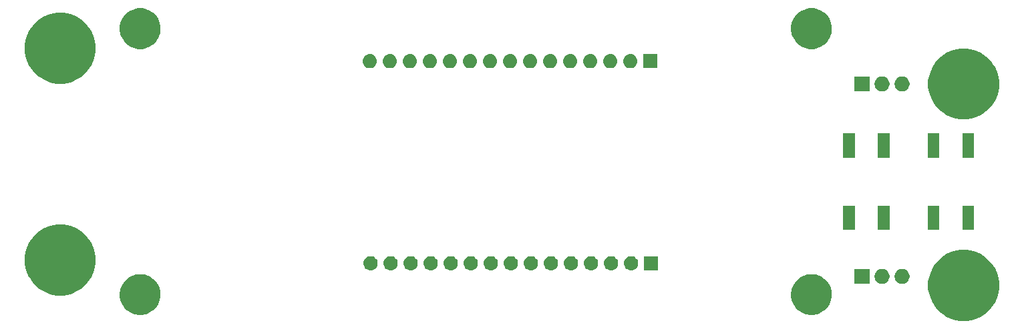
<source format=gbr>
G04 #@! TF.GenerationSoftware,KiCad,Pcbnew,(5.1.4)-1*
G04 #@! TF.CreationDate,2020-03-13T16:12:29-04:00*
G04 #@! TF.ProjectId,DriverDisplay4,44726976-6572-4446-9973-706c6179342e,rev?*
G04 #@! TF.SameCoordinates,Original*
G04 #@! TF.FileFunction,Soldermask,Bot*
G04 #@! TF.FilePolarity,Negative*
%FSLAX46Y46*%
G04 Gerber Fmt 4.6, Leading zero omitted, Abs format (unit mm)*
G04 Created by KiCad (PCBNEW (5.1.4)-1) date 2020-03-13 16:12:29*
%MOMM*%
%LPD*%
G04 APERTURE LIST*
%ADD10C,0.100000*%
G04 APERTURE END LIST*
D10*
G36*
X189220634Y-99156378D02*
G01*
X190038853Y-99495296D01*
X190038854Y-99495297D01*
X190775233Y-99987329D01*
X191401471Y-100613567D01*
X191663997Y-101006466D01*
X191893504Y-101349947D01*
X192232422Y-102168166D01*
X192405200Y-103036781D01*
X192405200Y-103922419D01*
X192232422Y-104791034D01*
X191893504Y-105609253D01*
X191893503Y-105609254D01*
X191401471Y-106345633D01*
X190775233Y-106971871D01*
X190531347Y-107134830D01*
X190038853Y-107463904D01*
X189220634Y-107802822D01*
X188352019Y-107975600D01*
X187466381Y-107975600D01*
X186597766Y-107802822D01*
X185779547Y-107463904D01*
X185287053Y-107134830D01*
X185043167Y-106971871D01*
X184416929Y-106345633D01*
X183924897Y-105609254D01*
X183924896Y-105609253D01*
X183585978Y-104791034D01*
X183413200Y-103922419D01*
X183413200Y-103036781D01*
X183585978Y-102168166D01*
X183924896Y-101349947D01*
X184154403Y-101006466D01*
X184416929Y-100613567D01*
X185043167Y-99987329D01*
X185779546Y-99495297D01*
X185779547Y-99495296D01*
X186597766Y-99156378D01*
X187466381Y-98983600D01*
X188352019Y-98983600D01*
X189220634Y-99156378D01*
X189220634Y-99156378D01*
G37*
G36*
X169214908Y-102118780D02*
G01*
X169381767Y-102151970D01*
X169853299Y-102347285D01*
X169997541Y-102443665D01*
X170277666Y-102630838D01*
X170638562Y-102991734D01*
X170759927Y-103173371D01*
X170922115Y-103416101D01*
X171058793Y-103746071D01*
X171117430Y-103887634D01*
X171187143Y-104238104D01*
X171217000Y-104388209D01*
X171217000Y-104898591D01*
X171117430Y-105399167D01*
X170922115Y-105870699D01*
X170759927Y-106113429D01*
X170638562Y-106295066D01*
X170277666Y-106655962D01*
X170096029Y-106777327D01*
X169853299Y-106939515D01*
X169381767Y-107134830D01*
X169214908Y-107168020D01*
X168881193Y-107234400D01*
X168370807Y-107234400D01*
X168037092Y-107168020D01*
X167870233Y-107134830D01*
X167398701Y-106939515D01*
X167155971Y-106777327D01*
X166974334Y-106655962D01*
X166613438Y-106295066D01*
X166492073Y-106113429D01*
X166329885Y-105870699D01*
X166134570Y-105399167D01*
X166035000Y-104898591D01*
X166035000Y-104388209D01*
X166064858Y-104238104D01*
X166134570Y-103887634D01*
X166193207Y-103746071D01*
X166329885Y-103416101D01*
X166492073Y-103173371D01*
X166613438Y-102991734D01*
X166974334Y-102630838D01*
X167254459Y-102443665D01*
X167398701Y-102347285D01*
X167870233Y-102151970D01*
X168037092Y-102118780D01*
X168370807Y-102052400D01*
X168881193Y-102052400D01*
X169214908Y-102118780D01*
X169214908Y-102118780D01*
G37*
G36*
X84124908Y-102118780D02*
G01*
X84291767Y-102151970D01*
X84763299Y-102347285D01*
X84907541Y-102443665D01*
X85187666Y-102630838D01*
X85548562Y-102991734D01*
X85669927Y-103173371D01*
X85832115Y-103416101D01*
X85968793Y-103746071D01*
X86027430Y-103887634D01*
X86097143Y-104238104D01*
X86127000Y-104388209D01*
X86127000Y-104898591D01*
X86027430Y-105399167D01*
X85832115Y-105870699D01*
X85669927Y-106113429D01*
X85548562Y-106295066D01*
X85187666Y-106655962D01*
X85006029Y-106777327D01*
X84763299Y-106939515D01*
X84291767Y-107134830D01*
X84124908Y-107168020D01*
X83791193Y-107234400D01*
X83280807Y-107234400D01*
X82947092Y-107168020D01*
X82780233Y-107134830D01*
X82308701Y-106939515D01*
X82065971Y-106777327D01*
X81884334Y-106655962D01*
X81523438Y-106295066D01*
X81402073Y-106113429D01*
X81239885Y-105870699D01*
X81044570Y-105399167D01*
X80945000Y-104898591D01*
X80945000Y-104388209D01*
X80974858Y-104238104D01*
X81044570Y-103887634D01*
X81103207Y-103746071D01*
X81239885Y-103416101D01*
X81402073Y-103173371D01*
X81523438Y-102991734D01*
X81884334Y-102630838D01*
X82164459Y-102443665D01*
X82308701Y-102347285D01*
X82780233Y-102151970D01*
X82947092Y-102118780D01*
X83280807Y-102052400D01*
X83791193Y-102052400D01*
X84124908Y-102118780D01*
X84124908Y-102118780D01*
G37*
G36*
X74717434Y-95930578D02*
G01*
X75535653Y-96269496D01*
X75535654Y-96269497D01*
X76272033Y-96761529D01*
X76898271Y-97387767D01*
X77227036Y-97879800D01*
X77390304Y-98124147D01*
X77729222Y-98942366D01*
X77902000Y-99810981D01*
X77902000Y-100696619D01*
X77729222Y-101565234D01*
X77390304Y-102383453D01*
X77350070Y-102443667D01*
X76898271Y-103119833D01*
X76272033Y-103746071D01*
X76008112Y-103922417D01*
X75535653Y-104238104D01*
X74717434Y-104577022D01*
X73848819Y-104749800D01*
X72963181Y-104749800D01*
X72094566Y-104577022D01*
X71276347Y-104238104D01*
X70803888Y-103922417D01*
X70539967Y-103746071D01*
X69913729Y-103119833D01*
X69461930Y-102443667D01*
X69421696Y-102383453D01*
X69082778Y-101565234D01*
X68910000Y-100696619D01*
X68910000Y-99810981D01*
X69082778Y-98942366D01*
X69421696Y-98124147D01*
X69584964Y-97879800D01*
X69913729Y-97387767D01*
X70539967Y-96761529D01*
X71276346Y-96269497D01*
X71276347Y-96269496D01*
X72094566Y-95930578D01*
X72963181Y-95757800D01*
X73848819Y-95757800D01*
X74717434Y-95930578D01*
X74717434Y-95930578D01*
G37*
G36*
X175971000Y-103301000D02*
G01*
X174069000Y-103301000D01*
X174069000Y-101399000D01*
X175971000Y-101399000D01*
X175971000Y-103301000D01*
X175971000Y-103301000D01*
G37*
G36*
X180377395Y-101435546D02*
G01*
X180550466Y-101507234D01*
X180550467Y-101507235D01*
X180706227Y-101611310D01*
X180838690Y-101743773D01*
X180838691Y-101743775D01*
X180942766Y-101899534D01*
X181014454Y-102072605D01*
X181051000Y-102256333D01*
X181051000Y-102443667D01*
X181014454Y-102627395D01*
X180942766Y-102800466D01*
X180942765Y-102800467D01*
X180838690Y-102956227D01*
X180706227Y-103088690D01*
X180659619Y-103119832D01*
X180550466Y-103192766D01*
X180377395Y-103264454D01*
X180193667Y-103301000D01*
X180006333Y-103301000D01*
X179822605Y-103264454D01*
X179649534Y-103192766D01*
X179540381Y-103119832D01*
X179493773Y-103088690D01*
X179361310Y-102956227D01*
X179257235Y-102800467D01*
X179257234Y-102800466D01*
X179185546Y-102627395D01*
X179149000Y-102443667D01*
X179149000Y-102256333D01*
X179185546Y-102072605D01*
X179257234Y-101899534D01*
X179361309Y-101743775D01*
X179361310Y-101743773D01*
X179493773Y-101611310D01*
X179649533Y-101507235D01*
X179649534Y-101507234D01*
X179822605Y-101435546D01*
X180006333Y-101399000D01*
X180193667Y-101399000D01*
X180377395Y-101435546D01*
X180377395Y-101435546D01*
G37*
G36*
X177837395Y-101435546D02*
G01*
X178010466Y-101507234D01*
X178010467Y-101507235D01*
X178166227Y-101611310D01*
X178298690Y-101743773D01*
X178298691Y-101743775D01*
X178402766Y-101899534D01*
X178474454Y-102072605D01*
X178511000Y-102256333D01*
X178511000Y-102443667D01*
X178474454Y-102627395D01*
X178402766Y-102800466D01*
X178402765Y-102800467D01*
X178298690Y-102956227D01*
X178166227Y-103088690D01*
X178119619Y-103119832D01*
X178010466Y-103192766D01*
X177837395Y-103264454D01*
X177653667Y-103301000D01*
X177466333Y-103301000D01*
X177282605Y-103264454D01*
X177109534Y-103192766D01*
X177000381Y-103119832D01*
X176953773Y-103088690D01*
X176821310Y-102956227D01*
X176717235Y-102800467D01*
X176717234Y-102800466D01*
X176645546Y-102627395D01*
X176609000Y-102443667D01*
X176609000Y-102256333D01*
X176645546Y-102072605D01*
X176717234Y-101899534D01*
X176821309Y-101743775D01*
X176821310Y-101743773D01*
X176953773Y-101611310D01*
X177109533Y-101507235D01*
X177109534Y-101507234D01*
X177282605Y-101435546D01*
X177466333Y-101399000D01*
X177653667Y-101399000D01*
X177837395Y-101435546D01*
X177837395Y-101435546D01*
G37*
G36*
X128090442Y-99765518D02*
G01*
X128156627Y-99772037D01*
X128326466Y-99823557D01*
X128482991Y-99907222D01*
X128518729Y-99936552D01*
X128620186Y-100019814D01*
X128703448Y-100121271D01*
X128732778Y-100157009D01*
X128816443Y-100313534D01*
X128867963Y-100483373D01*
X128885359Y-100660000D01*
X128867963Y-100836627D01*
X128816443Y-101006466D01*
X128732778Y-101162991D01*
X128703448Y-101198729D01*
X128620186Y-101300186D01*
X128518729Y-101383448D01*
X128482991Y-101412778D01*
X128326466Y-101496443D01*
X128156627Y-101547963D01*
X128090442Y-101554482D01*
X128024260Y-101561000D01*
X127935740Y-101561000D01*
X127869558Y-101554482D01*
X127803373Y-101547963D01*
X127633534Y-101496443D01*
X127477009Y-101412778D01*
X127441271Y-101383448D01*
X127339814Y-101300186D01*
X127256552Y-101198729D01*
X127227222Y-101162991D01*
X127143557Y-101006466D01*
X127092037Y-100836627D01*
X127074641Y-100660000D01*
X127092037Y-100483373D01*
X127143557Y-100313534D01*
X127227222Y-100157009D01*
X127256552Y-100121271D01*
X127339814Y-100019814D01*
X127441271Y-99936552D01*
X127477009Y-99907222D01*
X127633534Y-99823557D01*
X127803373Y-99772037D01*
X127869557Y-99765519D01*
X127935740Y-99759000D01*
X128024260Y-99759000D01*
X128090442Y-99765518D01*
X128090442Y-99765518D01*
G37*
G36*
X149201000Y-101561000D02*
G01*
X147399000Y-101561000D01*
X147399000Y-99759000D01*
X149201000Y-99759000D01*
X149201000Y-101561000D01*
X149201000Y-101561000D01*
G37*
G36*
X112850442Y-99765518D02*
G01*
X112916627Y-99772037D01*
X113086466Y-99823557D01*
X113242991Y-99907222D01*
X113278729Y-99936552D01*
X113380186Y-100019814D01*
X113463448Y-100121271D01*
X113492778Y-100157009D01*
X113576443Y-100313534D01*
X113627963Y-100483373D01*
X113645359Y-100660000D01*
X113627963Y-100836627D01*
X113576443Y-101006466D01*
X113492778Y-101162991D01*
X113463448Y-101198729D01*
X113380186Y-101300186D01*
X113278729Y-101383448D01*
X113242991Y-101412778D01*
X113086466Y-101496443D01*
X112916627Y-101547963D01*
X112850442Y-101554482D01*
X112784260Y-101561000D01*
X112695740Y-101561000D01*
X112629558Y-101554482D01*
X112563373Y-101547963D01*
X112393534Y-101496443D01*
X112237009Y-101412778D01*
X112201271Y-101383448D01*
X112099814Y-101300186D01*
X112016552Y-101198729D01*
X111987222Y-101162991D01*
X111903557Y-101006466D01*
X111852037Y-100836627D01*
X111834641Y-100660000D01*
X111852037Y-100483373D01*
X111903557Y-100313534D01*
X111987222Y-100157009D01*
X112016552Y-100121271D01*
X112099814Y-100019814D01*
X112201271Y-99936552D01*
X112237009Y-99907222D01*
X112393534Y-99823557D01*
X112563373Y-99772037D01*
X112629557Y-99765519D01*
X112695740Y-99759000D01*
X112784260Y-99759000D01*
X112850442Y-99765518D01*
X112850442Y-99765518D01*
G37*
G36*
X115390442Y-99765518D02*
G01*
X115456627Y-99772037D01*
X115626466Y-99823557D01*
X115782991Y-99907222D01*
X115818729Y-99936552D01*
X115920186Y-100019814D01*
X116003448Y-100121271D01*
X116032778Y-100157009D01*
X116116443Y-100313534D01*
X116167963Y-100483373D01*
X116185359Y-100660000D01*
X116167963Y-100836627D01*
X116116443Y-101006466D01*
X116032778Y-101162991D01*
X116003448Y-101198729D01*
X115920186Y-101300186D01*
X115818729Y-101383448D01*
X115782991Y-101412778D01*
X115626466Y-101496443D01*
X115456627Y-101547963D01*
X115390442Y-101554482D01*
X115324260Y-101561000D01*
X115235740Y-101561000D01*
X115169558Y-101554482D01*
X115103373Y-101547963D01*
X114933534Y-101496443D01*
X114777009Y-101412778D01*
X114741271Y-101383448D01*
X114639814Y-101300186D01*
X114556552Y-101198729D01*
X114527222Y-101162991D01*
X114443557Y-101006466D01*
X114392037Y-100836627D01*
X114374641Y-100660000D01*
X114392037Y-100483373D01*
X114443557Y-100313534D01*
X114527222Y-100157009D01*
X114556552Y-100121271D01*
X114639814Y-100019814D01*
X114741271Y-99936552D01*
X114777009Y-99907222D01*
X114933534Y-99823557D01*
X115103373Y-99772037D01*
X115169557Y-99765519D01*
X115235740Y-99759000D01*
X115324260Y-99759000D01*
X115390442Y-99765518D01*
X115390442Y-99765518D01*
G37*
G36*
X117930442Y-99765518D02*
G01*
X117996627Y-99772037D01*
X118166466Y-99823557D01*
X118322991Y-99907222D01*
X118358729Y-99936552D01*
X118460186Y-100019814D01*
X118543448Y-100121271D01*
X118572778Y-100157009D01*
X118656443Y-100313534D01*
X118707963Y-100483373D01*
X118725359Y-100660000D01*
X118707963Y-100836627D01*
X118656443Y-101006466D01*
X118572778Y-101162991D01*
X118543448Y-101198729D01*
X118460186Y-101300186D01*
X118358729Y-101383448D01*
X118322991Y-101412778D01*
X118166466Y-101496443D01*
X117996627Y-101547963D01*
X117930442Y-101554482D01*
X117864260Y-101561000D01*
X117775740Y-101561000D01*
X117709558Y-101554482D01*
X117643373Y-101547963D01*
X117473534Y-101496443D01*
X117317009Y-101412778D01*
X117281271Y-101383448D01*
X117179814Y-101300186D01*
X117096552Y-101198729D01*
X117067222Y-101162991D01*
X116983557Y-101006466D01*
X116932037Y-100836627D01*
X116914641Y-100660000D01*
X116932037Y-100483373D01*
X116983557Y-100313534D01*
X117067222Y-100157009D01*
X117096552Y-100121271D01*
X117179814Y-100019814D01*
X117281271Y-99936552D01*
X117317009Y-99907222D01*
X117473534Y-99823557D01*
X117643373Y-99772037D01*
X117709557Y-99765519D01*
X117775740Y-99759000D01*
X117864260Y-99759000D01*
X117930442Y-99765518D01*
X117930442Y-99765518D01*
G37*
G36*
X120470442Y-99765518D02*
G01*
X120536627Y-99772037D01*
X120706466Y-99823557D01*
X120862991Y-99907222D01*
X120898729Y-99936552D01*
X121000186Y-100019814D01*
X121083448Y-100121271D01*
X121112778Y-100157009D01*
X121196443Y-100313534D01*
X121247963Y-100483373D01*
X121265359Y-100660000D01*
X121247963Y-100836627D01*
X121196443Y-101006466D01*
X121112778Y-101162991D01*
X121083448Y-101198729D01*
X121000186Y-101300186D01*
X120898729Y-101383448D01*
X120862991Y-101412778D01*
X120706466Y-101496443D01*
X120536627Y-101547963D01*
X120470442Y-101554482D01*
X120404260Y-101561000D01*
X120315740Y-101561000D01*
X120249558Y-101554482D01*
X120183373Y-101547963D01*
X120013534Y-101496443D01*
X119857009Y-101412778D01*
X119821271Y-101383448D01*
X119719814Y-101300186D01*
X119636552Y-101198729D01*
X119607222Y-101162991D01*
X119523557Y-101006466D01*
X119472037Y-100836627D01*
X119454641Y-100660000D01*
X119472037Y-100483373D01*
X119523557Y-100313534D01*
X119607222Y-100157009D01*
X119636552Y-100121271D01*
X119719814Y-100019814D01*
X119821271Y-99936552D01*
X119857009Y-99907222D01*
X120013534Y-99823557D01*
X120183373Y-99772037D01*
X120249557Y-99765519D01*
X120315740Y-99759000D01*
X120404260Y-99759000D01*
X120470442Y-99765518D01*
X120470442Y-99765518D01*
G37*
G36*
X123010442Y-99765518D02*
G01*
X123076627Y-99772037D01*
X123246466Y-99823557D01*
X123402991Y-99907222D01*
X123438729Y-99936552D01*
X123540186Y-100019814D01*
X123623448Y-100121271D01*
X123652778Y-100157009D01*
X123736443Y-100313534D01*
X123787963Y-100483373D01*
X123805359Y-100660000D01*
X123787963Y-100836627D01*
X123736443Y-101006466D01*
X123652778Y-101162991D01*
X123623448Y-101198729D01*
X123540186Y-101300186D01*
X123438729Y-101383448D01*
X123402991Y-101412778D01*
X123246466Y-101496443D01*
X123076627Y-101547963D01*
X123010442Y-101554482D01*
X122944260Y-101561000D01*
X122855740Y-101561000D01*
X122789558Y-101554482D01*
X122723373Y-101547963D01*
X122553534Y-101496443D01*
X122397009Y-101412778D01*
X122361271Y-101383448D01*
X122259814Y-101300186D01*
X122176552Y-101198729D01*
X122147222Y-101162991D01*
X122063557Y-101006466D01*
X122012037Y-100836627D01*
X121994641Y-100660000D01*
X122012037Y-100483373D01*
X122063557Y-100313534D01*
X122147222Y-100157009D01*
X122176552Y-100121271D01*
X122259814Y-100019814D01*
X122361271Y-99936552D01*
X122397009Y-99907222D01*
X122553534Y-99823557D01*
X122723373Y-99772037D01*
X122789557Y-99765519D01*
X122855740Y-99759000D01*
X122944260Y-99759000D01*
X123010442Y-99765518D01*
X123010442Y-99765518D01*
G37*
G36*
X125550442Y-99765518D02*
G01*
X125616627Y-99772037D01*
X125786466Y-99823557D01*
X125942991Y-99907222D01*
X125978729Y-99936552D01*
X126080186Y-100019814D01*
X126163448Y-100121271D01*
X126192778Y-100157009D01*
X126276443Y-100313534D01*
X126327963Y-100483373D01*
X126345359Y-100660000D01*
X126327963Y-100836627D01*
X126276443Y-101006466D01*
X126192778Y-101162991D01*
X126163448Y-101198729D01*
X126080186Y-101300186D01*
X125978729Y-101383448D01*
X125942991Y-101412778D01*
X125786466Y-101496443D01*
X125616627Y-101547963D01*
X125550442Y-101554482D01*
X125484260Y-101561000D01*
X125395740Y-101561000D01*
X125329558Y-101554482D01*
X125263373Y-101547963D01*
X125093534Y-101496443D01*
X124937009Y-101412778D01*
X124901271Y-101383448D01*
X124799814Y-101300186D01*
X124716552Y-101198729D01*
X124687222Y-101162991D01*
X124603557Y-101006466D01*
X124552037Y-100836627D01*
X124534641Y-100660000D01*
X124552037Y-100483373D01*
X124603557Y-100313534D01*
X124687222Y-100157009D01*
X124716552Y-100121271D01*
X124799814Y-100019814D01*
X124901271Y-99936552D01*
X124937009Y-99907222D01*
X125093534Y-99823557D01*
X125263373Y-99772037D01*
X125329557Y-99765519D01*
X125395740Y-99759000D01*
X125484260Y-99759000D01*
X125550442Y-99765518D01*
X125550442Y-99765518D01*
G37*
G36*
X130630442Y-99765518D02*
G01*
X130696627Y-99772037D01*
X130866466Y-99823557D01*
X131022991Y-99907222D01*
X131058729Y-99936552D01*
X131160186Y-100019814D01*
X131243448Y-100121271D01*
X131272778Y-100157009D01*
X131356443Y-100313534D01*
X131407963Y-100483373D01*
X131425359Y-100660000D01*
X131407963Y-100836627D01*
X131356443Y-101006466D01*
X131272778Y-101162991D01*
X131243448Y-101198729D01*
X131160186Y-101300186D01*
X131058729Y-101383448D01*
X131022991Y-101412778D01*
X130866466Y-101496443D01*
X130696627Y-101547963D01*
X130630442Y-101554482D01*
X130564260Y-101561000D01*
X130475740Y-101561000D01*
X130409558Y-101554482D01*
X130343373Y-101547963D01*
X130173534Y-101496443D01*
X130017009Y-101412778D01*
X129981271Y-101383448D01*
X129879814Y-101300186D01*
X129796552Y-101198729D01*
X129767222Y-101162991D01*
X129683557Y-101006466D01*
X129632037Y-100836627D01*
X129614641Y-100660000D01*
X129632037Y-100483373D01*
X129683557Y-100313534D01*
X129767222Y-100157009D01*
X129796552Y-100121271D01*
X129879814Y-100019814D01*
X129981271Y-99936552D01*
X130017009Y-99907222D01*
X130173534Y-99823557D01*
X130343373Y-99772037D01*
X130409557Y-99765519D01*
X130475740Y-99759000D01*
X130564260Y-99759000D01*
X130630442Y-99765518D01*
X130630442Y-99765518D01*
G37*
G36*
X133170442Y-99765518D02*
G01*
X133236627Y-99772037D01*
X133406466Y-99823557D01*
X133562991Y-99907222D01*
X133598729Y-99936552D01*
X133700186Y-100019814D01*
X133783448Y-100121271D01*
X133812778Y-100157009D01*
X133896443Y-100313534D01*
X133947963Y-100483373D01*
X133965359Y-100660000D01*
X133947963Y-100836627D01*
X133896443Y-101006466D01*
X133812778Y-101162991D01*
X133783448Y-101198729D01*
X133700186Y-101300186D01*
X133598729Y-101383448D01*
X133562991Y-101412778D01*
X133406466Y-101496443D01*
X133236627Y-101547963D01*
X133170442Y-101554482D01*
X133104260Y-101561000D01*
X133015740Y-101561000D01*
X132949558Y-101554482D01*
X132883373Y-101547963D01*
X132713534Y-101496443D01*
X132557009Y-101412778D01*
X132521271Y-101383448D01*
X132419814Y-101300186D01*
X132336552Y-101198729D01*
X132307222Y-101162991D01*
X132223557Y-101006466D01*
X132172037Y-100836627D01*
X132154641Y-100660000D01*
X132172037Y-100483373D01*
X132223557Y-100313534D01*
X132307222Y-100157009D01*
X132336552Y-100121271D01*
X132419814Y-100019814D01*
X132521271Y-99936552D01*
X132557009Y-99907222D01*
X132713534Y-99823557D01*
X132883373Y-99772037D01*
X132949557Y-99765519D01*
X133015740Y-99759000D01*
X133104260Y-99759000D01*
X133170442Y-99765518D01*
X133170442Y-99765518D01*
G37*
G36*
X135710442Y-99765518D02*
G01*
X135776627Y-99772037D01*
X135946466Y-99823557D01*
X136102991Y-99907222D01*
X136138729Y-99936552D01*
X136240186Y-100019814D01*
X136323448Y-100121271D01*
X136352778Y-100157009D01*
X136436443Y-100313534D01*
X136487963Y-100483373D01*
X136505359Y-100660000D01*
X136487963Y-100836627D01*
X136436443Y-101006466D01*
X136352778Y-101162991D01*
X136323448Y-101198729D01*
X136240186Y-101300186D01*
X136138729Y-101383448D01*
X136102991Y-101412778D01*
X135946466Y-101496443D01*
X135776627Y-101547963D01*
X135710442Y-101554482D01*
X135644260Y-101561000D01*
X135555740Y-101561000D01*
X135489558Y-101554482D01*
X135423373Y-101547963D01*
X135253534Y-101496443D01*
X135097009Y-101412778D01*
X135061271Y-101383448D01*
X134959814Y-101300186D01*
X134876552Y-101198729D01*
X134847222Y-101162991D01*
X134763557Y-101006466D01*
X134712037Y-100836627D01*
X134694641Y-100660000D01*
X134712037Y-100483373D01*
X134763557Y-100313534D01*
X134847222Y-100157009D01*
X134876552Y-100121271D01*
X134959814Y-100019814D01*
X135061271Y-99936552D01*
X135097009Y-99907222D01*
X135253534Y-99823557D01*
X135423373Y-99772037D01*
X135489557Y-99765519D01*
X135555740Y-99759000D01*
X135644260Y-99759000D01*
X135710442Y-99765518D01*
X135710442Y-99765518D01*
G37*
G36*
X138250442Y-99765518D02*
G01*
X138316627Y-99772037D01*
X138486466Y-99823557D01*
X138642991Y-99907222D01*
X138678729Y-99936552D01*
X138780186Y-100019814D01*
X138863448Y-100121271D01*
X138892778Y-100157009D01*
X138976443Y-100313534D01*
X139027963Y-100483373D01*
X139045359Y-100660000D01*
X139027963Y-100836627D01*
X138976443Y-101006466D01*
X138892778Y-101162991D01*
X138863448Y-101198729D01*
X138780186Y-101300186D01*
X138678729Y-101383448D01*
X138642991Y-101412778D01*
X138486466Y-101496443D01*
X138316627Y-101547963D01*
X138250442Y-101554482D01*
X138184260Y-101561000D01*
X138095740Y-101561000D01*
X138029558Y-101554482D01*
X137963373Y-101547963D01*
X137793534Y-101496443D01*
X137637009Y-101412778D01*
X137601271Y-101383448D01*
X137499814Y-101300186D01*
X137416552Y-101198729D01*
X137387222Y-101162991D01*
X137303557Y-101006466D01*
X137252037Y-100836627D01*
X137234641Y-100660000D01*
X137252037Y-100483373D01*
X137303557Y-100313534D01*
X137387222Y-100157009D01*
X137416552Y-100121271D01*
X137499814Y-100019814D01*
X137601271Y-99936552D01*
X137637009Y-99907222D01*
X137793534Y-99823557D01*
X137963373Y-99772037D01*
X138029557Y-99765519D01*
X138095740Y-99759000D01*
X138184260Y-99759000D01*
X138250442Y-99765518D01*
X138250442Y-99765518D01*
G37*
G36*
X143330442Y-99765518D02*
G01*
X143396627Y-99772037D01*
X143566466Y-99823557D01*
X143722991Y-99907222D01*
X143758729Y-99936552D01*
X143860186Y-100019814D01*
X143943448Y-100121271D01*
X143972778Y-100157009D01*
X144056443Y-100313534D01*
X144107963Y-100483373D01*
X144125359Y-100660000D01*
X144107963Y-100836627D01*
X144056443Y-101006466D01*
X143972778Y-101162991D01*
X143943448Y-101198729D01*
X143860186Y-101300186D01*
X143758729Y-101383448D01*
X143722991Y-101412778D01*
X143566466Y-101496443D01*
X143396627Y-101547963D01*
X143330442Y-101554482D01*
X143264260Y-101561000D01*
X143175740Y-101561000D01*
X143109558Y-101554482D01*
X143043373Y-101547963D01*
X142873534Y-101496443D01*
X142717009Y-101412778D01*
X142681271Y-101383448D01*
X142579814Y-101300186D01*
X142496552Y-101198729D01*
X142467222Y-101162991D01*
X142383557Y-101006466D01*
X142332037Y-100836627D01*
X142314641Y-100660000D01*
X142332037Y-100483373D01*
X142383557Y-100313534D01*
X142467222Y-100157009D01*
X142496552Y-100121271D01*
X142579814Y-100019814D01*
X142681271Y-99936552D01*
X142717009Y-99907222D01*
X142873534Y-99823557D01*
X143043373Y-99772037D01*
X143109557Y-99765519D01*
X143175740Y-99759000D01*
X143264260Y-99759000D01*
X143330442Y-99765518D01*
X143330442Y-99765518D01*
G37*
G36*
X140790442Y-99765518D02*
G01*
X140856627Y-99772037D01*
X141026466Y-99823557D01*
X141182991Y-99907222D01*
X141218729Y-99936552D01*
X141320186Y-100019814D01*
X141403448Y-100121271D01*
X141432778Y-100157009D01*
X141516443Y-100313534D01*
X141567963Y-100483373D01*
X141585359Y-100660000D01*
X141567963Y-100836627D01*
X141516443Y-101006466D01*
X141432778Y-101162991D01*
X141403448Y-101198729D01*
X141320186Y-101300186D01*
X141218729Y-101383448D01*
X141182991Y-101412778D01*
X141026466Y-101496443D01*
X140856627Y-101547963D01*
X140790442Y-101554482D01*
X140724260Y-101561000D01*
X140635740Y-101561000D01*
X140569558Y-101554482D01*
X140503373Y-101547963D01*
X140333534Y-101496443D01*
X140177009Y-101412778D01*
X140141271Y-101383448D01*
X140039814Y-101300186D01*
X139956552Y-101198729D01*
X139927222Y-101162991D01*
X139843557Y-101006466D01*
X139792037Y-100836627D01*
X139774641Y-100660000D01*
X139792037Y-100483373D01*
X139843557Y-100313534D01*
X139927222Y-100157009D01*
X139956552Y-100121271D01*
X140039814Y-100019814D01*
X140141271Y-99936552D01*
X140177009Y-99907222D01*
X140333534Y-99823557D01*
X140503373Y-99772037D01*
X140569557Y-99765519D01*
X140635740Y-99759000D01*
X140724260Y-99759000D01*
X140790442Y-99765518D01*
X140790442Y-99765518D01*
G37*
G36*
X145870442Y-99765518D02*
G01*
X145936627Y-99772037D01*
X146106466Y-99823557D01*
X146262991Y-99907222D01*
X146298729Y-99936552D01*
X146400186Y-100019814D01*
X146483448Y-100121271D01*
X146512778Y-100157009D01*
X146596443Y-100313534D01*
X146647963Y-100483373D01*
X146665359Y-100660000D01*
X146647963Y-100836627D01*
X146596443Y-101006466D01*
X146512778Y-101162991D01*
X146483448Y-101198729D01*
X146400186Y-101300186D01*
X146298729Y-101383448D01*
X146262991Y-101412778D01*
X146106466Y-101496443D01*
X145936627Y-101547963D01*
X145870442Y-101554482D01*
X145804260Y-101561000D01*
X145715740Y-101561000D01*
X145649558Y-101554482D01*
X145583373Y-101547963D01*
X145413534Y-101496443D01*
X145257009Y-101412778D01*
X145221271Y-101383448D01*
X145119814Y-101300186D01*
X145036552Y-101198729D01*
X145007222Y-101162991D01*
X144923557Y-101006466D01*
X144872037Y-100836627D01*
X144854641Y-100660000D01*
X144872037Y-100483373D01*
X144923557Y-100313534D01*
X145007222Y-100157009D01*
X145036552Y-100121271D01*
X145119814Y-100019814D01*
X145221271Y-99936552D01*
X145257009Y-99907222D01*
X145413534Y-99823557D01*
X145583373Y-99772037D01*
X145649557Y-99765519D01*
X145715740Y-99759000D01*
X145804260Y-99759000D01*
X145870442Y-99765518D01*
X145870442Y-99765518D01*
G37*
G36*
X178541200Y-96422600D02*
G01*
X177039200Y-96422600D01*
X177039200Y-93320600D01*
X178541200Y-93320600D01*
X178541200Y-96422600D01*
X178541200Y-96422600D01*
G37*
G36*
X189234600Y-96422600D02*
G01*
X187732600Y-96422600D01*
X187732600Y-93320600D01*
X189234600Y-93320600D01*
X189234600Y-96422600D01*
X189234600Y-96422600D01*
G37*
G36*
X184834600Y-96422600D02*
G01*
X183332600Y-96422600D01*
X183332600Y-93320600D01*
X184834600Y-93320600D01*
X184834600Y-96422600D01*
X184834600Y-96422600D01*
G37*
G36*
X174141200Y-96422600D02*
G01*
X172639200Y-96422600D01*
X172639200Y-93320600D01*
X174141200Y-93320600D01*
X174141200Y-96422600D01*
X174141200Y-96422600D01*
G37*
G36*
X174141200Y-87222600D02*
G01*
X172639200Y-87222600D01*
X172639200Y-84120600D01*
X174141200Y-84120600D01*
X174141200Y-87222600D01*
X174141200Y-87222600D01*
G37*
G36*
X189234600Y-87222600D02*
G01*
X187732600Y-87222600D01*
X187732600Y-84120600D01*
X189234600Y-84120600D01*
X189234600Y-87222600D01*
X189234600Y-87222600D01*
G37*
G36*
X178541200Y-87222600D02*
G01*
X177039200Y-87222600D01*
X177039200Y-84120600D01*
X178541200Y-84120600D01*
X178541200Y-87222600D01*
X178541200Y-87222600D01*
G37*
G36*
X184834600Y-87222600D02*
G01*
X183332600Y-87222600D01*
X183332600Y-84120600D01*
X184834600Y-84120600D01*
X184834600Y-87222600D01*
X184834600Y-87222600D01*
G37*
G36*
X189220634Y-73553178D02*
G01*
X190038853Y-73892096D01*
X190038854Y-73892097D01*
X190775233Y-74384129D01*
X191401471Y-75010367D01*
X191599319Y-75306468D01*
X191893504Y-75746747D01*
X192232422Y-76564966D01*
X192405200Y-77433581D01*
X192405200Y-78319219D01*
X192232422Y-79187834D01*
X191893504Y-80006053D01*
X191893503Y-80006054D01*
X191401471Y-80742433D01*
X190775233Y-81368671D01*
X190283200Y-81697436D01*
X190038853Y-81860704D01*
X189220634Y-82199622D01*
X188352019Y-82372400D01*
X187466381Y-82372400D01*
X186597766Y-82199622D01*
X185779547Y-81860704D01*
X185535200Y-81697436D01*
X185043167Y-81368671D01*
X184416929Y-80742433D01*
X183924897Y-80006054D01*
X183924896Y-80006053D01*
X183585978Y-79187834D01*
X183413200Y-78319219D01*
X183413200Y-77433581D01*
X183585978Y-76564966D01*
X183924896Y-75746747D01*
X184219081Y-75306468D01*
X184416929Y-75010367D01*
X185043167Y-74384129D01*
X185779546Y-73892097D01*
X185779547Y-73892096D01*
X186597766Y-73553178D01*
X187466381Y-73380400D01*
X188352019Y-73380400D01*
X189220634Y-73553178D01*
X189220634Y-73553178D01*
G37*
G36*
X177837395Y-76947546D02*
G01*
X178010466Y-77019234D01*
X178010467Y-77019235D01*
X178166227Y-77123310D01*
X178298690Y-77255773D01*
X178298691Y-77255775D01*
X178402766Y-77411534D01*
X178474454Y-77584605D01*
X178511000Y-77768333D01*
X178511000Y-77955667D01*
X178474454Y-78139395D01*
X178402766Y-78312466D01*
X178351081Y-78389818D01*
X178298690Y-78468227D01*
X178166227Y-78600690D01*
X178087818Y-78653081D01*
X178010466Y-78704766D01*
X177837395Y-78776454D01*
X177653667Y-78813000D01*
X177466333Y-78813000D01*
X177282605Y-78776454D01*
X177109534Y-78704766D01*
X177032182Y-78653081D01*
X176953773Y-78600690D01*
X176821310Y-78468227D01*
X176768919Y-78389818D01*
X176717234Y-78312466D01*
X176645546Y-78139395D01*
X176609000Y-77955667D01*
X176609000Y-77768333D01*
X176645546Y-77584605D01*
X176717234Y-77411534D01*
X176821309Y-77255775D01*
X176821310Y-77255773D01*
X176953773Y-77123310D01*
X177109533Y-77019235D01*
X177109534Y-77019234D01*
X177282605Y-76947546D01*
X177466333Y-76911000D01*
X177653667Y-76911000D01*
X177837395Y-76947546D01*
X177837395Y-76947546D01*
G37*
G36*
X180377395Y-76947546D02*
G01*
X180550466Y-77019234D01*
X180550467Y-77019235D01*
X180706227Y-77123310D01*
X180838690Y-77255773D01*
X180838691Y-77255775D01*
X180942766Y-77411534D01*
X181014454Y-77584605D01*
X181051000Y-77768333D01*
X181051000Y-77955667D01*
X181014454Y-78139395D01*
X180942766Y-78312466D01*
X180891081Y-78389818D01*
X180838690Y-78468227D01*
X180706227Y-78600690D01*
X180627818Y-78653081D01*
X180550466Y-78704766D01*
X180377395Y-78776454D01*
X180193667Y-78813000D01*
X180006333Y-78813000D01*
X179822605Y-78776454D01*
X179649534Y-78704766D01*
X179572182Y-78653081D01*
X179493773Y-78600690D01*
X179361310Y-78468227D01*
X179308919Y-78389818D01*
X179257234Y-78312466D01*
X179185546Y-78139395D01*
X179149000Y-77955667D01*
X179149000Y-77768333D01*
X179185546Y-77584605D01*
X179257234Y-77411534D01*
X179361309Y-77255775D01*
X179361310Y-77255773D01*
X179493773Y-77123310D01*
X179649533Y-77019235D01*
X179649534Y-77019234D01*
X179822605Y-76947546D01*
X180006333Y-76911000D01*
X180193667Y-76911000D01*
X180377395Y-76947546D01*
X180377395Y-76947546D01*
G37*
G36*
X175971000Y-78813000D02*
G01*
X174069000Y-78813000D01*
X174069000Y-76911000D01*
X175971000Y-76911000D01*
X175971000Y-78813000D01*
X175971000Y-78813000D01*
G37*
G36*
X74717434Y-69006578D02*
G01*
X75535653Y-69345496D01*
X75535654Y-69345497D01*
X76272033Y-69837529D01*
X76898271Y-70463767D01*
X77227036Y-70955800D01*
X77390304Y-71200147D01*
X77729222Y-72018366D01*
X77902000Y-72886981D01*
X77902000Y-73772619D01*
X77729222Y-74641234D01*
X77390304Y-75459453D01*
X77390303Y-75459454D01*
X76898271Y-76195833D01*
X76272033Y-76822071D01*
X75821198Y-77123309D01*
X75535653Y-77314104D01*
X74717434Y-77653022D01*
X73848819Y-77825800D01*
X72963181Y-77825800D01*
X72094566Y-77653022D01*
X71276347Y-77314104D01*
X70990802Y-77123309D01*
X70539967Y-76822071D01*
X69913729Y-76195833D01*
X69421697Y-75459454D01*
X69421696Y-75459453D01*
X69082778Y-74641234D01*
X68910000Y-73772619D01*
X68910000Y-72886981D01*
X69082778Y-72018366D01*
X69421696Y-71200147D01*
X69584964Y-70955800D01*
X69913729Y-70463767D01*
X70539967Y-69837529D01*
X71276346Y-69345497D01*
X71276347Y-69345496D01*
X72094566Y-69006578D01*
X72963181Y-68833800D01*
X73848819Y-68833800D01*
X74717434Y-69006578D01*
X74717434Y-69006578D01*
G37*
G36*
X135610443Y-74065519D02*
G01*
X135676627Y-74072037D01*
X135846466Y-74123557D01*
X136002991Y-74207222D01*
X136038729Y-74236552D01*
X136140186Y-74319814D01*
X136192967Y-74384129D01*
X136252778Y-74457009D01*
X136336443Y-74613534D01*
X136387963Y-74783373D01*
X136405359Y-74960000D01*
X136387963Y-75136627D01*
X136336443Y-75306466D01*
X136252778Y-75462991D01*
X136223448Y-75498729D01*
X136140186Y-75600186D01*
X136038729Y-75683448D01*
X136002991Y-75712778D01*
X135846466Y-75796443D01*
X135676627Y-75847963D01*
X135610442Y-75854482D01*
X135544260Y-75861000D01*
X135455740Y-75861000D01*
X135389558Y-75854482D01*
X135323373Y-75847963D01*
X135153534Y-75796443D01*
X134997009Y-75712778D01*
X134961271Y-75683448D01*
X134859814Y-75600186D01*
X134776552Y-75498729D01*
X134747222Y-75462991D01*
X134663557Y-75306466D01*
X134612037Y-75136627D01*
X134594641Y-74960000D01*
X134612037Y-74783373D01*
X134663557Y-74613534D01*
X134747222Y-74457009D01*
X134807033Y-74384129D01*
X134859814Y-74319814D01*
X134961271Y-74236552D01*
X134997009Y-74207222D01*
X135153534Y-74123557D01*
X135323373Y-74072037D01*
X135389557Y-74065519D01*
X135455740Y-74059000D01*
X135544260Y-74059000D01*
X135610443Y-74065519D01*
X135610443Y-74065519D01*
G37*
G36*
X112750443Y-74065519D02*
G01*
X112816627Y-74072037D01*
X112986466Y-74123557D01*
X113142991Y-74207222D01*
X113178729Y-74236552D01*
X113280186Y-74319814D01*
X113332967Y-74384129D01*
X113392778Y-74457009D01*
X113476443Y-74613534D01*
X113527963Y-74783373D01*
X113545359Y-74960000D01*
X113527963Y-75136627D01*
X113476443Y-75306466D01*
X113392778Y-75462991D01*
X113363448Y-75498729D01*
X113280186Y-75600186D01*
X113178729Y-75683448D01*
X113142991Y-75712778D01*
X112986466Y-75796443D01*
X112816627Y-75847963D01*
X112750442Y-75854482D01*
X112684260Y-75861000D01*
X112595740Y-75861000D01*
X112529558Y-75854482D01*
X112463373Y-75847963D01*
X112293534Y-75796443D01*
X112137009Y-75712778D01*
X112101271Y-75683448D01*
X111999814Y-75600186D01*
X111916552Y-75498729D01*
X111887222Y-75462991D01*
X111803557Y-75306466D01*
X111752037Y-75136627D01*
X111734641Y-74960000D01*
X111752037Y-74783373D01*
X111803557Y-74613534D01*
X111887222Y-74457009D01*
X111947033Y-74384129D01*
X111999814Y-74319814D01*
X112101271Y-74236552D01*
X112137009Y-74207222D01*
X112293534Y-74123557D01*
X112463373Y-74072037D01*
X112529557Y-74065519D01*
X112595740Y-74059000D01*
X112684260Y-74059000D01*
X112750443Y-74065519D01*
X112750443Y-74065519D01*
G37*
G36*
X115290443Y-74065519D02*
G01*
X115356627Y-74072037D01*
X115526466Y-74123557D01*
X115682991Y-74207222D01*
X115718729Y-74236552D01*
X115820186Y-74319814D01*
X115872967Y-74384129D01*
X115932778Y-74457009D01*
X116016443Y-74613534D01*
X116067963Y-74783373D01*
X116085359Y-74960000D01*
X116067963Y-75136627D01*
X116016443Y-75306466D01*
X115932778Y-75462991D01*
X115903448Y-75498729D01*
X115820186Y-75600186D01*
X115718729Y-75683448D01*
X115682991Y-75712778D01*
X115526466Y-75796443D01*
X115356627Y-75847963D01*
X115290442Y-75854482D01*
X115224260Y-75861000D01*
X115135740Y-75861000D01*
X115069558Y-75854482D01*
X115003373Y-75847963D01*
X114833534Y-75796443D01*
X114677009Y-75712778D01*
X114641271Y-75683448D01*
X114539814Y-75600186D01*
X114456552Y-75498729D01*
X114427222Y-75462991D01*
X114343557Y-75306466D01*
X114292037Y-75136627D01*
X114274641Y-74960000D01*
X114292037Y-74783373D01*
X114343557Y-74613534D01*
X114427222Y-74457009D01*
X114487033Y-74384129D01*
X114539814Y-74319814D01*
X114641271Y-74236552D01*
X114677009Y-74207222D01*
X114833534Y-74123557D01*
X115003373Y-74072037D01*
X115069557Y-74065519D01*
X115135740Y-74059000D01*
X115224260Y-74059000D01*
X115290443Y-74065519D01*
X115290443Y-74065519D01*
G37*
G36*
X117830443Y-74065519D02*
G01*
X117896627Y-74072037D01*
X118066466Y-74123557D01*
X118222991Y-74207222D01*
X118258729Y-74236552D01*
X118360186Y-74319814D01*
X118412967Y-74384129D01*
X118472778Y-74457009D01*
X118556443Y-74613534D01*
X118607963Y-74783373D01*
X118625359Y-74960000D01*
X118607963Y-75136627D01*
X118556443Y-75306466D01*
X118472778Y-75462991D01*
X118443448Y-75498729D01*
X118360186Y-75600186D01*
X118258729Y-75683448D01*
X118222991Y-75712778D01*
X118066466Y-75796443D01*
X117896627Y-75847963D01*
X117830442Y-75854482D01*
X117764260Y-75861000D01*
X117675740Y-75861000D01*
X117609558Y-75854482D01*
X117543373Y-75847963D01*
X117373534Y-75796443D01*
X117217009Y-75712778D01*
X117181271Y-75683448D01*
X117079814Y-75600186D01*
X116996552Y-75498729D01*
X116967222Y-75462991D01*
X116883557Y-75306466D01*
X116832037Y-75136627D01*
X116814641Y-74960000D01*
X116832037Y-74783373D01*
X116883557Y-74613534D01*
X116967222Y-74457009D01*
X117027033Y-74384129D01*
X117079814Y-74319814D01*
X117181271Y-74236552D01*
X117217009Y-74207222D01*
X117373534Y-74123557D01*
X117543373Y-74072037D01*
X117609557Y-74065519D01*
X117675740Y-74059000D01*
X117764260Y-74059000D01*
X117830443Y-74065519D01*
X117830443Y-74065519D01*
G37*
G36*
X120370443Y-74065519D02*
G01*
X120436627Y-74072037D01*
X120606466Y-74123557D01*
X120762991Y-74207222D01*
X120798729Y-74236552D01*
X120900186Y-74319814D01*
X120952967Y-74384129D01*
X121012778Y-74457009D01*
X121096443Y-74613534D01*
X121147963Y-74783373D01*
X121165359Y-74960000D01*
X121147963Y-75136627D01*
X121096443Y-75306466D01*
X121012778Y-75462991D01*
X120983448Y-75498729D01*
X120900186Y-75600186D01*
X120798729Y-75683448D01*
X120762991Y-75712778D01*
X120606466Y-75796443D01*
X120436627Y-75847963D01*
X120370442Y-75854482D01*
X120304260Y-75861000D01*
X120215740Y-75861000D01*
X120149558Y-75854482D01*
X120083373Y-75847963D01*
X119913534Y-75796443D01*
X119757009Y-75712778D01*
X119721271Y-75683448D01*
X119619814Y-75600186D01*
X119536552Y-75498729D01*
X119507222Y-75462991D01*
X119423557Y-75306466D01*
X119372037Y-75136627D01*
X119354641Y-74960000D01*
X119372037Y-74783373D01*
X119423557Y-74613534D01*
X119507222Y-74457009D01*
X119567033Y-74384129D01*
X119619814Y-74319814D01*
X119721271Y-74236552D01*
X119757009Y-74207222D01*
X119913534Y-74123557D01*
X120083373Y-74072037D01*
X120149557Y-74065519D01*
X120215740Y-74059000D01*
X120304260Y-74059000D01*
X120370443Y-74065519D01*
X120370443Y-74065519D01*
G37*
G36*
X122910443Y-74065519D02*
G01*
X122976627Y-74072037D01*
X123146466Y-74123557D01*
X123302991Y-74207222D01*
X123338729Y-74236552D01*
X123440186Y-74319814D01*
X123492967Y-74384129D01*
X123552778Y-74457009D01*
X123636443Y-74613534D01*
X123687963Y-74783373D01*
X123705359Y-74960000D01*
X123687963Y-75136627D01*
X123636443Y-75306466D01*
X123552778Y-75462991D01*
X123523448Y-75498729D01*
X123440186Y-75600186D01*
X123338729Y-75683448D01*
X123302991Y-75712778D01*
X123146466Y-75796443D01*
X122976627Y-75847963D01*
X122910442Y-75854482D01*
X122844260Y-75861000D01*
X122755740Y-75861000D01*
X122689558Y-75854482D01*
X122623373Y-75847963D01*
X122453534Y-75796443D01*
X122297009Y-75712778D01*
X122261271Y-75683448D01*
X122159814Y-75600186D01*
X122076552Y-75498729D01*
X122047222Y-75462991D01*
X121963557Y-75306466D01*
X121912037Y-75136627D01*
X121894641Y-74960000D01*
X121912037Y-74783373D01*
X121963557Y-74613534D01*
X122047222Y-74457009D01*
X122107033Y-74384129D01*
X122159814Y-74319814D01*
X122261271Y-74236552D01*
X122297009Y-74207222D01*
X122453534Y-74123557D01*
X122623373Y-74072037D01*
X122689557Y-74065519D01*
X122755740Y-74059000D01*
X122844260Y-74059000D01*
X122910443Y-74065519D01*
X122910443Y-74065519D01*
G37*
G36*
X125450443Y-74065519D02*
G01*
X125516627Y-74072037D01*
X125686466Y-74123557D01*
X125842991Y-74207222D01*
X125878729Y-74236552D01*
X125980186Y-74319814D01*
X126032967Y-74384129D01*
X126092778Y-74457009D01*
X126176443Y-74613534D01*
X126227963Y-74783373D01*
X126245359Y-74960000D01*
X126227963Y-75136627D01*
X126176443Y-75306466D01*
X126092778Y-75462991D01*
X126063448Y-75498729D01*
X125980186Y-75600186D01*
X125878729Y-75683448D01*
X125842991Y-75712778D01*
X125686466Y-75796443D01*
X125516627Y-75847963D01*
X125450442Y-75854482D01*
X125384260Y-75861000D01*
X125295740Y-75861000D01*
X125229558Y-75854482D01*
X125163373Y-75847963D01*
X124993534Y-75796443D01*
X124837009Y-75712778D01*
X124801271Y-75683448D01*
X124699814Y-75600186D01*
X124616552Y-75498729D01*
X124587222Y-75462991D01*
X124503557Y-75306466D01*
X124452037Y-75136627D01*
X124434641Y-74960000D01*
X124452037Y-74783373D01*
X124503557Y-74613534D01*
X124587222Y-74457009D01*
X124647033Y-74384129D01*
X124699814Y-74319814D01*
X124801271Y-74236552D01*
X124837009Y-74207222D01*
X124993534Y-74123557D01*
X125163373Y-74072037D01*
X125229557Y-74065519D01*
X125295740Y-74059000D01*
X125384260Y-74059000D01*
X125450443Y-74065519D01*
X125450443Y-74065519D01*
G37*
G36*
X127990443Y-74065519D02*
G01*
X128056627Y-74072037D01*
X128226466Y-74123557D01*
X128382991Y-74207222D01*
X128418729Y-74236552D01*
X128520186Y-74319814D01*
X128572967Y-74384129D01*
X128632778Y-74457009D01*
X128716443Y-74613534D01*
X128767963Y-74783373D01*
X128785359Y-74960000D01*
X128767963Y-75136627D01*
X128716443Y-75306466D01*
X128632778Y-75462991D01*
X128603448Y-75498729D01*
X128520186Y-75600186D01*
X128418729Y-75683448D01*
X128382991Y-75712778D01*
X128226466Y-75796443D01*
X128056627Y-75847963D01*
X127990442Y-75854482D01*
X127924260Y-75861000D01*
X127835740Y-75861000D01*
X127769558Y-75854482D01*
X127703373Y-75847963D01*
X127533534Y-75796443D01*
X127377009Y-75712778D01*
X127341271Y-75683448D01*
X127239814Y-75600186D01*
X127156552Y-75498729D01*
X127127222Y-75462991D01*
X127043557Y-75306466D01*
X126992037Y-75136627D01*
X126974641Y-74960000D01*
X126992037Y-74783373D01*
X127043557Y-74613534D01*
X127127222Y-74457009D01*
X127187033Y-74384129D01*
X127239814Y-74319814D01*
X127341271Y-74236552D01*
X127377009Y-74207222D01*
X127533534Y-74123557D01*
X127703373Y-74072037D01*
X127769557Y-74065519D01*
X127835740Y-74059000D01*
X127924260Y-74059000D01*
X127990443Y-74065519D01*
X127990443Y-74065519D01*
G37*
G36*
X130530443Y-74065519D02*
G01*
X130596627Y-74072037D01*
X130766466Y-74123557D01*
X130922991Y-74207222D01*
X130958729Y-74236552D01*
X131060186Y-74319814D01*
X131112967Y-74384129D01*
X131172778Y-74457009D01*
X131256443Y-74613534D01*
X131307963Y-74783373D01*
X131325359Y-74960000D01*
X131307963Y-75136627D01*
X131256443Y-75306466D01*
X131172778Y-75462991D01*
X131143448Y-75498729D01*
X131060186Y-75600186D01*
X130958729Y-75683448D01*
X130922991Y-75712778D01*
X130766466Y-75796443D01*
X130596627Y-75847963D01*
X130530442Y-75854482D01*
X130464260Y-75861000D01*
X130375740Y-75861000D01*
X130309558Y-75854482D01*
X130243373Y-75847963D01*
X130073534Y-75796443D01*
X129917009Y-75712778D01*
X129881271Y-75683448D01*
X129779814Y-75600186D01*
X129696552Y-75498729D01*
X129667222Y-75462991D01*
X129583557Y-75306466D01*
X129532037Y-75136627D01*
X129514641Y-74960000D01*
X129532037Y-74783373D01*
X129583557Y-74613534D01*
X129667222Y-74457009D01*
X129727033Y-74384129D01*
X129779814Y-74319814D01*
X129881271Y-74236552D01*
X129917009Y-74207222D01*
X130073534Y-74123557D01*
X130243373Y-74072037D01*
X130309557Y-74065519D01*
X130375740Y-74059000D01*
X130464260Y-74059000D01*
X130530443Y-74065519D01*
X130530443Y-74065519D01*
G37*
G36*
X133070443Y-74065519D02*
G01*
X133136627Y-74072037D01*
X133306466Y-74123557D01*
X133462991Y-74207222D01*
X133498729Y-74236552D01*
X133600186Y-74319814D01*
X133652967Y-74384129D01*
X133712778Y-74457009D01*
X133796443Y-74613534D01*
X133847963Y-74783373D01*
X133865359Y-74960000D01*
X133847963Y-75136627D01*
X133796443Y-75306466D01*
X133712778Y-75462991D01*
X133683448Y-75498729D01*
X133600186Y-75600186D01*
X133498729Y-75683448D01*
X133462991Y-75712778D01*
X133306466Y-75796443D01*
X133136627Y-75847963D01*
X133070442Y-75854482D01*
X133004260Y-75861000D01*
X132915740Y-75861000D01*
X132849558Y-75854482D01*
X132783373Y-75847963D01*
X132613534Y-75796443D01*
X132457009Y-75712778D01*
X132421271Y-75683448D01*
X132319814Y-75600186D01*
X132236552Y-75498729D01*
X132207222Y-75462991D01*
X132123557Y-75306466D01*
X132072037Y-75136627D01*
X132054641Y-74960000D01*
X132072037Y-74783373D01*
X132123557Y-74613534D01*
X132207222Y-74457009D01*
X132267033Y-74384129D01*
X132319814Y-74319814D01*
X132421271Y-74236552D01*
X132457009Y-74207222D01*
X132613534Y-74123557D01*
X132783373Y-74072037D01*
X132849557Y-74065519D01*
X132915740Y-74059000D01*
X133004260Y-74059000D01*
X133070443Y-74065519D01*
X133070443Y-74065519D01*
G37*
G36*
X138150443Y-74065519D02*
G01*
X138216627Y-74072037D01*
X138386466Y-74123557D01*
X138542991Y-74207222D01*
X138578729Y-74236552D01*
X138680186Y-74319814D01*
X138732967Y-74384129D01*
X138792778Y-74457009D01*
X138876443Y-74613534D01*
X138927963Y-74783373D01*
X138945359Y-74960000D01*
X138927963Y-75136627D01*
X138876443Y-75306466D01*
X138792778Y-75462991D01*
X138763448Y-75498729D01*
X138680186Y-75600186D01*
X138578729Y-75683448D01*
X138542991Y-75712778D01*
X138386466Y-75796443D01*
X138216627Y-75847963D01*
X138150442Y-75854482D01*
X138084260Y-75861000D01*
X137995740Y-75861000D01*
X137929558Y-75854482D01*
X137863373Y-75847963D01*
X137693534Y-75796443D01*
X137537009Y-75712778D01*
X137501271Y-75683448D01*
X137399814Y-75600186D01*
X137316552Y-75498729D01*
X137287222Y-75462991D01*
X137203557Y-75306466D01*
X137152037Y-75136627D01*
X137134641Y-74960000D01*
X137152037Y-74783373D01*
X137203557Y-74613534D01*
X137287222Y-74457009D01*
X137347033Y-74384129D01*
X137399814Y-74319814D01*
X137501271Y-74236552D01*
X137537009Y-74207222D01*
X137693534Y-74123557D01*
X137863373Y-74072037D01*
X137929557Y-74065519D01*
X137995740Y-74059000D01*
X138084260Y-74059000D01*
X138150443Y-74065519D01*
X138150443Y-74065519D01*
G37*
G36*
X140690443Y-74065519D02*
G01*
X140756627Y-74072037D01*
X140926466Y-74123557D01*
X141082991Y-74207222D01*
X141118729Y-74236552D01*
X141220186Y-74319814D01*
X141272967Y-74384129D01*
X141332778Y-74457009D01*
X141416443Y-74613534D01*
X141467963Y-74783373D01*
X141485359Y-74960000D01*
X141467963Y-75136627D01*
X141416443Y-75306466D01*
X141332778Y-75462991D01*
X141303448Y-75498729D01*
X141220186Y-75600186D01*
X141118729Y-75683448D01*
X141082991Y-75712778D01*
X140926466Y-75796443D01*
X140756627Y-75847963D01*
X140690442Y-75854482D01*
X140624260Y-75861000D01*
X140535740Y-75861000D01*
X140469558Y-75854482D01*
X140403373Y-75847963D01*
X140233534Y-75796443D01*
X140077009Y-75712778D01*
X140041271Y-75683448D01*
X139939814Y-75600186D01*
X139856552Y-75498729D01*
X139827222Y-75462991D01*
X139743557Y-75306466D01*
X139692037Y-75136627D01*
X139674641Y-74960000D01*
X139692037Y-74783373D01*
X139743557Y-74613534D01*
X139827222Y-74457009D01*
X139887033Y-74384129D01*
X139939814Y-74319814D01*
X140041271Y-74236552D01*
X140077009Y-74207222D01*
X140233534Y-74123557D01*
X140403373Y-74072037D01*
X140469557Y-74065519D01*
X140535740Y-74059000D01*
X140624260Y-74059000D01*
X140690443Y-74065519D01*
X140690443Y-74065519D01*
G37*
G36*
X143230443Y-74065519D02*
G01*
X143296627Y-74072037D01*
X143466466Y-74123557D01*
X143622991Y-74207222D01*
X143658729Y-74236552D01*
X143760186Y-74319814D01*
X143812967Y-74384129D01*
X143872778Y-74457009D01*
X143956443Y-74613534D01*
X144007963Y-74783373D01*
X144025359Y-74960000D01*
X144007963Y-75136627D01*
X143956443Y-75306466D01*
X143872778Y-75462991D01*
X143843448Y-75498729D01*
X143760186Y-75600186D01*
X143658729Y-75683448D01*
X143622991Y-75712778D01*
X143466466Y-75796443D01*
X143296627Y-75847963D01*
X143230442Y-75854482D01*
X143164260Y-75861000D01*
X143075740Y-75861000D01*
X143009558Y-75854482D01*
X142943373Y-75847963D01*
X142773534Y-75796443D01*
X142617009Y-75712778D01*
X142581271Y-75683448D01*
X142479814Y-75600186D01*
X142396552Y-75498729D01*
X142367222Y-75462991D01*
X142283557Y-75306466D01*
X142232037Y-75136627D01*
X142214641Y-74960000D01*
X142232037Y-74783373D01*
X142283557Y-74613534D01*
X142367222Y-74457009D01*
X142427033Y-74384129D01*
X142479814Y-74319814D01*
X142581271Y-74236552D01*
X142617009Y-74207222D01*
X142773534Y-74123557D01*
X142943373Y-74072037D01*
X143009557Y-74065519D01*
X143075740Y-74059000D01*
X143164260Y-74059000D01*
X143230443Y-74065519D01*
X143230443Y-74065519D01*
G37*
G36*
X145770443Y-74065519D02*
G01*
X145836627Y-74072037D01*
X146006466Y-74123557D01*
X146162991Y-74207222D01*
X146198729Y-74236552D01*
X146300186Y-74319814D01*
X146352967Y-74384129D01*
X146412778Y-74457009D01*
X146496443Y-74613534D01*
X146547963Y-74783373D01*
X146565359Y-74960000D01*
X146547963Y-75136627D01*
X146496443Y-75306466D01*
X146412778Y-75462991D01*
X146383448Y-75498729D01*
X146300186Y-75600186D01*
X146198729Y-75683448D01*
X146162991Y-75712778D01*
X146006466Y-75796443D01*
X145836627Y-75847963D01*
X145770442Y-75854482D01*
X145704260Y-75861000D01*
X145615740Y-75861000D01*
X145549558Y-75854482D01*
X145483373Y-75847963D01*
X145313534Y-75796443D01*
X145157009Y-75712778D01*
X145121271Y-75683448D01*
X145019814Y-75600186D01*
X144936552Y-75498729D01*
X144907222Y-75462991D01*
X144823557Y-75306466D01*
X144772037Y-75136627D01*
X144754641Y-74960000D01*
X144772037Y-74783373D01*
X144823557Y-74613534D01*
X144907222Y-74457009D01*
X144967033Y-74384129D01*
X145019814Y-74319814D01*
X145121271Y-74236552D01*
X145157009Y-74207222D01*
X145313534Y-74123557D01*
X145483373Y-74072037D01*
X145549557Y-74065519D01*
X145615740Y-74059000D01*
X145704260Y-74059000D01*
X145770443Y-74065519D01*
X145770443Y-74065519D01*
G37*
G36*
X149101000Y-75861000D02*
G01*
X147299000Y-75861000D01*
X147299000Y-74059000D01*
X149101000Y-74059000D01*
X149101000Y-75861000D01*
X149101000Y-75861000D01*
G37*
G36*
X169214908Y-68311380D02*
G01*
X169381767Y-68344570D01*
X169853299Y-68539885D01*
X170096029Y-68702073D01*
X170277666Y-68823438D01*
X170638562Y-69184334D01*
X170746247Y-69345497D01*
X170922115Y-69608701D01*
X171117430Y-70080233D01*
X171117430Y-70080234D01*
X171217000Y-70580807D01*
X171217000Y-71091193D01*
X171150620Y-71424908D01*
X171117430Y-71591767D01*
X170922115Y-72063299D01*
X170759927Y-72306029D01*
X170638562Y-72487666D01*
X170277666Y-72848562D01*
X170096029Y-72969927D01*
X169853299Y-73132115D01*
X169381767Y-73327430D01*
X169214908Y-73360620D01*
X168881193Y-73427000D01*
X168370807Y-73427000D01*
X168037092Y-73360620D01*
X167870233Y-73327430D01*
X167398701Y-73132115D01*
X167155971Y-72969927D01*
X166974334Y-72848562D01*
X166613438Y-72487666D01*
X166492073Y-72306029D01*
X166329885Y-72063299D01*
X166134570Y-71591767D01*
X166101380Y-71424908D01*
X166035000Y-71091193D01*
X166035000Y-70580807D01*
X166134570Y-70080234D01*
X166134570Y-70080233D01*
X166329885Y-69608701D01*
X166505753Y-69345497D01*
X166613438Y-69184334D01*
X166974334Y-68823438D01*
X167155971Y-68702073D01*
X167398701Y-68539885D01*
X167870233Y-68344570D01*
X168037092Y-68311380D01*
X168370807Y-68245000D01*
X168881193Y-68245000D01*
X169214908Y-68311380D01*
X169214908Y-68311380D01*
G37*
G36*
X84124908Y-68311380D02*
G01*
X84291767Y-68344570D01*
X84763299Y-68539885D01*
X85006029Y-68702073D01*
X85187666Y-68823438D01*
X85548562Y-69184334D01*
X85656247Y-69345497D01*
X85832115Y-69608701D01*
X86027430Y-70080233D01*
X86027430Y-70080234D01*
X86127000Y-70580807D01*
X86127000Y-71091193D01*
X86060620Y-71424908D01*
X86027430Y-71591767D01*
X85832115Y-72063299D01*
X85669927Y-72306029D01*
X85548562Y-72487666D01*
X85187666Y-72848562D01*
X85006029Y-72969927D01*
X84763299Y-73132115D01*
X84291767Y-73327430D01*
X84124908Y-73360620D01*
X83791193Y-73427000D01*
X83280807Y-73427000D01*
X82947092Y-73360620D01*
X82780233Y-73327430D01*
X82308701Y-73132115D01*
X82065971Y-72969927D01*
X81884334Y-72848562D01*
X81523438Y-72487666D01*
X81402073Y-72306029D01*
X81239885Y-72063299D01*
X81044570Y-71591767D01*
X81011380Y-71424908D01*
X80945000Y-71091193D01*
X80945000Y-70580807D01*
X81044570Y-70080234D01*
X81044570Y-70080233D01*
X81239885Y-69608701D01*
X81415753Y-69345497D01*
X81523438Y-69184334D01*
X81884334Y-68823438D01*
X82065971Y-68702073D01*
X82308701Y-68539885D01*
X82780233Y-68344570D01*
X82947092Y-68311380D01*
X83280807Y-68245000D01*
X83791193Y-68245000D01*
X84124908Y-68311380D01*
X84124908Y-68311380D01*
G37*
M02*

</source>
